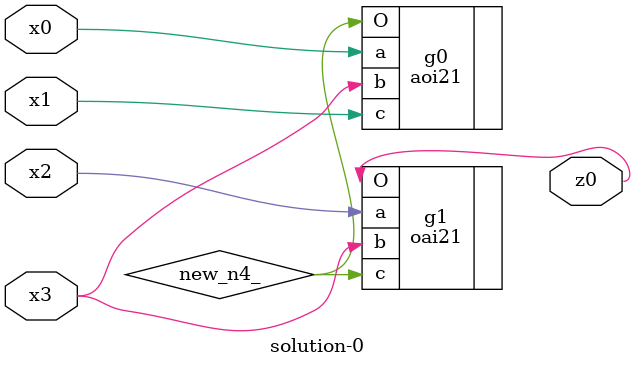
<source format=v>
module \solution-0 (
  x0, x1, x2, x3,
  z0 );
  input x0, x1, x2, x3;
  output z0;
  wire new_n4_;
  aoi21  g0(.a(x0), .b(x3), .c(x1), .O(new_n4_));
  oai21  g1(.a(x2), .b(x3), .c(new_n4_), .O(z0));
endmodule

</source>
